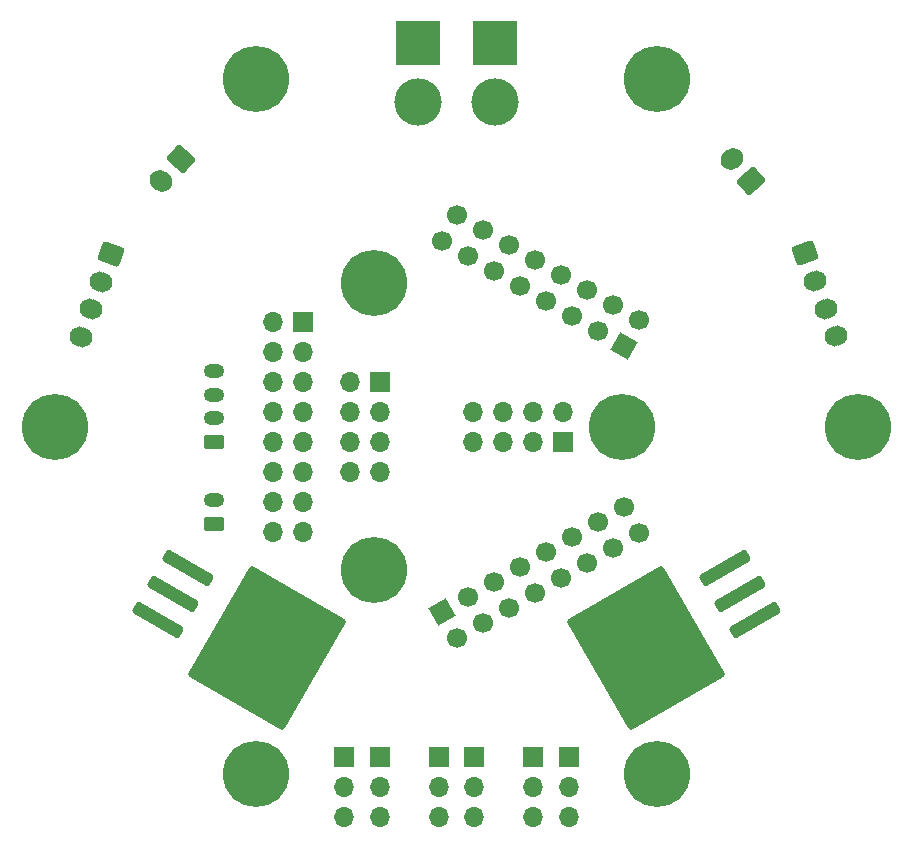
<source format=gbr>
%TF.GenerationSoftware,KiCad,Pcbnew,8.0.1-rc1*%
%TF.CreationDate,2024-04-17T22:05:37-07:00*%
%TF.ProjectId,Toolhead Board Breakout,546f6f6c-6865-4616-9420-426f61726420,rev?*%
%TF.SameCoordinates,Original*%
%TF.FileFunction,Soldermask,Bot*%
%TF.FilePolarity,Negative*%
%FSLAX46Y46*%
G04 Gerber Fmt 4.6, Leading zero omitted, Abs format (unit mm)*
G04 Created by KiCad (PCBNEW 8.0.1-rc1) date 2024-04-17 22:05:37*
%MOMM*%
%LPD*%
G01*
G04 APERTURE LIST*
G04 Aperture macros list*
%AMRoundRect*
0 Rectangle with rounded corners*
0 $1 Rounding radius*
0 $2 $3 $4 $5 $6 $7 $8 $9 X,Y pos of 4 corners*
0 Add a 4 corners polygon primitive as box body*
4,1,4,$2,$3,$4,$5,$6,$7,$8,$9,$2,$3,0*
0 Add four circle primitives for the rounded corners*
1,1,$1+$1,$2,$3*
1,1,$1+$1,$4,$5*
1,1,$1+$1,$6,$7*
1,1,$1+$1,$8,$9*
0 Add four rect primitives between the rounded corners*
20,1,$1+$1,$2,$3,$4,$5,0*
20,1,$1+$1,$4,$5,$6,$7,0*
20,1,$1+$1,$6,$7,$8,$9,0*
20,1,$1+$1,$8,$9,$2,$3,0*%
%AMHorizOval*
0 Thick line with rounded ends*
0 $1 width*
0 $2 $3 position (X,Y) of the first rounded end (center of the circle)*
0 $4 $5 position (X,Y) of the second rounded end (center of the circle)*
0 Add line between two ends*
20,1,$1,$2,$3,$4,$5,0*
0 Add two circle primitives to create the rounded ends*
1,1,$1,$2,$3*
1,1,$1,$4,$5*%
%AMRotRect*
0 Rectangle, with rotation*
0 The origin of the aperture is its center*
0 $1 length*
0 $2 width*
0 $3 Rotation angle, in degrees counterclockwise*
0 Add horizontal line*
21,1,$1,$2,0,0,$3*%
G04 Aperture macros list end*
%ADD10C,5.600000*%
%ADD11RoundRect,0.250000X0.625000X-0.350000X0.625000X0.350000X-0.625000X0.350000X-0.625000X-0.350000X0*%
%ADD12O,1.750000X1.200000*%
%ADD13RoundRect,0.250000X-0.155880X0.947735X-0.958837X0.055961X0.155880X-0.947735X0.958837X-0.055961X0*%
%ADD14HorizOval,1.700000X-0.111472X0.100370X0.111472X-0.100370X0*%
%ADD15R,3.800000X3.800000*%
%ADD16C,4.000000*%
%ADD17RoundRect,0.250000X-0.886489X0.315851X-0.476065X-0.811780X0.886489X-0.315851X0.476065X0.811780X0*%
%ADD18HorizOval,1.700000X-0.117462X-0.042753X0.117462X0.042753X0*%
%ADD19R,1.700000X1.700000*%
%ADD20O,1.700000X1.700000*%
%ADD21RoundRect,0.250000X0.958837X0.055961X0.155880X0.947735X-0.958837X-0.055961X-0.155880X-0.947735X0*%
%ADD22HorizOval,1.700000X0.111472X0.100370X-0.111472X-0.100370X0*%
%ADD23RoundRect,0.250000X-0.476065X0.811780X-0.886489X-0.315851X0.476065X-0.811780X0.886489X0.315851X0*%
%ADD24HorizOval,1.700000X-0.117462X0.042753X0.117462X-0.042753X0*%
%ADD25RoundRect,0.250000X1.625352X1.284808X-1.925352X-0.765192X-1.625352X-1.284808X1.925352X0.765192X0*%
%ADD26RoundRect,0.250002X1.278812X6.685028X-6.428810X2.235030X-1.278812X-6.685028X6.428810X-2.235030X0*%
%ADD27RoundRect,0.250000X-1.925352X0.765192X1.625352X-1.284808X1.925352X-0.765192X-1.625352X1.284808X0*%
%ADD28RoundRect,0.250002X-6.428810X-2.235030X1.278812X-6.685028X6.428810X2.235030X-1.278812X6.685028X0*%
%ADD29RotRect,1.700000X1.700000X60.000000*%
%ADD30HorizOval,1.700000X0.000000X0.000000X0.000000X0.000000X0*%
%ADD31RotRect,1.700000X1.700000X300.000000*%
%ADD32HorizOval,1.700000X0.000000X0.000000X0.000000X0.000000X0*%
G04 APERTURE END LIST*
D10*
%TO.C,H1*%
X68000000Y-87124356D03*
%TD*%
%TO.C,H1*%
X68000000Y-62875644D03*
%TD*%
D11*
%TO.C,J13*%
X54500000Y-83250000D03*
D12*
X54500000Y-81250000D03*
%TD*%
D10*
%TO.C,H2*%
X92000000Y-45555136D03*
%TD*%
D13*
%TO.C,J18*%
X51702786Y-52341053D03*
D14*
X50029959Y-54198915D03*
%TD*%
D15*
%TO.C,J15*%
X71750000Y-42500001D03*
D16*
X71750000Y-47500001D03*
%TD*%
D17*
%TO.C,J6*%
X104544950Y-60300769D03*
D18*
X105400000Y-62650001D03*
X106255051Y-64999232D03*
X107110101Y-67348464D03*
%TD*%
D19*
%TO.C,J11*%
X68500002Y-102950000D03*
D20*
X68500002Y-105490000D03*
X68500002Y-108030000D03*
%TD*%
D10*
%TO.C,H2*%
X58000000Y-45555136D03*
%TD*%
D11*
%TO.C,J14*%
X54500000Y-76290000D03*
D12*
X54500000Y-74290000D03*
X54500000Y-72290000D03*
X54500000Y-70290000D03*
%TD*%
D10*
%TO.C,H2*%
X41000000Y-75000000D03*
%TD*%
D21*
%TO.C,J17*%
X99970042Y-54198915D03*
D22*
X98297215Y-52341053D03*
%TD*%
D10*
%TO.C,H2*%
X92000000Y-104444864D03*
%TD*%
D19*
%TO.C,J9*%
X76500000Y-102949999D03*
D20*
X76500000Y-105489999D03*
X76500000Y-108029999D03*
%TD*%
D23*
%TO.C,J22*%
X45766059Y-60369049D03*
D24*
X44911009Y-62718281D03*
X44055958Y-65067512D03*
X43200908Y-67416744D03*
%TD*%
D10*
%TO.C,H2*%
X109000000Y-75000000D03*
%TD*%
D19*
%TO.C,J10*%
X73500001Y-102949999D03*
D20*
X73500001Y-105489999D03*
X73500001Y-108029999D03*
%TD*%
D10*
%TO.C,H2*%
X58000000Y-104444864D03*
%TD*%
%TO.C,H1*%
X89000000Y-75000000D03*
%TD*%
D19*
%TO.C,J7*%
X84500000Y-102949999D03*
D20*
X84500000Y-105489999D03*
X84500000Y-108029999D03*
%TD*%
D19*
%TO.C,J8*%
X81500000Y-102949999D03*
D20*
X81500000Y-105489999D03*
X81500000Y-108029999D03*
%TD*%
D19*
%TO.C,J12*%
X65500000Y-102949999D03*
D20*
X65500000Y-105489999D03*
X65500000Y-108029999D03*
%TD*%
D15*
%TO.C,J21*%
X78250001Y-42500001D03*
D16*
X78250001Y-47500001D03*
%TD*%
D25*
%TO.C,U1*%
X97721553Y-86958790D03*
X98991553Y-89158495D03*
D26*
X91067421Y-93733495D03*
D25*
X100261552Y-91358200D03*
%TD*%
D27*
%TO.C,U2*%
X49738448Y-91358200D03*
X51008447Y-89158495D03*
D28*
X58932579Y-93733495D03*
D27*
X52278447Y-86958790D03*
%TD*%
D19*
%TO.C,J1*%
X62000000Y-66110000D03*
D20*
X59460000Y-66110000D03*
X62000000Y-68650000D03*
X59460000Y-68650000D03*
X62000000Y-71190000D03*
X59460000Y-71190000D03*
X62000000Y-73730000D03*
X59460000Y-73730000D03*
X62000000Y-76270000D03*
X59460000Y-76270000D03*
X62000000Y-78810000D03*
X59460000Y-78810000D03*
X62000000Y-81350000D03*
X59460000Y-81350000D03*
X62000000Y-83890000D03*
X59460000Y-83890000D03*
%TD*%
D19*
%TO.C,J5*%
X84000000Y-76270000D03*
D20*
X84000000Y-73730000D03*
X81460000Y-76270000D03*
X81460000Y-73730000D03*
X78920000Y-76270000D03*
X78920000Y-73730000D03*
X76380000Y-76270000D03*
X76380000Y-73730000D03*
%TD*%
D29*
%TO.C,J2*%
X89198966Y-68186670D03*
D30*
X90468966Y-65986965D03*
X86999261Y-66916670D03*
X88269261Y-64716965D03*
X84799557Y-65646670D03*
X86069557Y-63446965D03*
X82599852Y-64376670D03*
X83869852Y-62176965D03*
X80400148Y-63106670D03*
X81670148Y-60906965D03*
X78200443Y-61836670D03*
X79470443Y-59636965D03*
X76000739Y-60566670D03*
X77270739Y-58366965D03*
X73801034Y-59296670D03*
X75071033Y-57096965D03*
%TD*%
D31*
%TO.C,J3*%
X73801034Y-90703330D03*
D32*
X75071034Y-92903035D03*
X76000739Y-89433330D03*
X77270739Y-91633035D03*
X78200443Y-88163330D03*
X79470443Y-90363035D03*
X80400148Y-86893330D03*
X81670148Y-89093035D03*
X82599852Y-85623330D03*
X83869852Y-87823035D03*
X84799557Y-84353330D03*
X86069557Y-86553035D03*
X86999261Y-83083330D03*
X88269261Y-85283035D03*
X89198966Y-81813330D03*
X90468966Y-84013035D03*
%TD*%
D19*
%TO.C,J4*%
X68500000Y-71190000D03*
D20*
X65960000Y-71190000D03*
X68500000Y-73730000D03*
X65960000Y-73730000D03*
X68500000Y-76270000D03*
X65960000Y-76270000D03*
X68500000Y-78810000D03*
X65960000Y-78810000D03*
%TD*%
M02*

</source>
